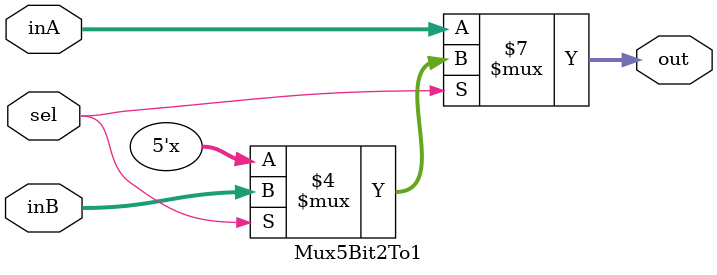
<source format=v>
`timescale 1ns / 1ps


module Mux5Bit2To1(out, inA, inB, sel);

    output reg [4:0] out;
    
    input [4:0] inA;
    input [4:0] inB;
    input sel;

    /* Fill in the implementation here ... */ 
    always@(inA, inB, sel) begin
        if (sel == 0) begin
            out <= inA;
        end
        else if (sel == 1) begin
            out <= inB;
        end
    end
endmodule

</source>
